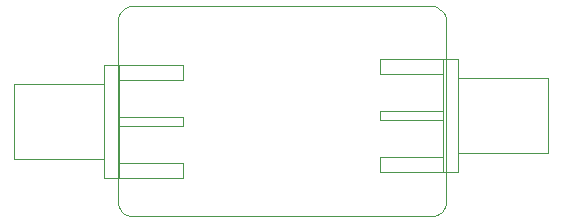
<source format=gbo>
G04 Layer_Color=32896*
%FSLAX25Y25*%
%MOIN*%
G70*
G01*
G75*
%ADD10C,0.00394*%
D10*
X590500Y105000D02*
X590596Y104025D01*
X590881Y103087D01*
X591343Y102222D01*
X591964Y101464D01*
X592722Y100843D01*
X593587Y100381D01*
X594524Y100096D01*
X595500Y100000D01*
X695000D02*
X695975Y100096D01*
X696913Y100381D01*
X697778Y100843D01*
X698535Y101464D01*
X699157Y102222D01*
X699619Y103087D01*
X699904Y104025D01*
X700000Y105000D01*
Y165000D02*
X699904Y165975D01*
X699619Y166913D01*
X699157Y167778D01*
X698535Y168535D01*
X697778Y169157D01*
X696913Y169619D01*
X695975Y169904D01*
X695000Y170000D01*
X595500D02*
X594524Y169904D01*
X593587Y169619D01*
X592722Y169157D01*
X591964Y168535D01*
X591343Y167778D01*
X590881Y166913D01*
X590596Y165975D01*
X590500Y165000D01*
X595500Y100000D02*
X695000D01*
X700000Y105000D02*
Y165000D01*
X595500Y170000D02*
X695000D01*
X590500Y105000D02*
Y165000D01*
X590976Y117760D02*
X612157D01*
X612157Y112760D02*
Y117760D01*
X590976Y112760D02*
Y150240D01*
X612157Y130004D02*
Y132996D01*
X590976Y130004D02*
X612157D01*
X590976Y132996D02*
X612157D01*
Y145240D02*
Y150240D01*
X590976Y145240D02*
X612157D01*
X585976Y112760D02*
X612157D01*
X585976Y150240D02*
X612157D01*
X585976Y112760D02*
Y150240D01*
X555976Y144000D02*
X585976D01*
X555976Y119000D02*
Y144000D01*
Y119000D02*
X585976D01*
X677843Y147240D02*
X699024D01*
X677843Y147240D02*
Y152240D01*
X699024Y114760D02*
Y152240D01*
X677843Y132004D02*
Y134996D01*
X699024D01*
X677843Y132004D02*
X699024D01*
X677843Y114760D02*
Y119760D01*
X677843Y119760D02*
X699024D01*
X677843Y152240D02*
X704024D01*
X677843Y114760D02*
X704024D01*
Y152240D01*
Y121000D02*
X734024D01*
Y146000D01*
X704024D02*
X734024D01*
M02*

</source>
